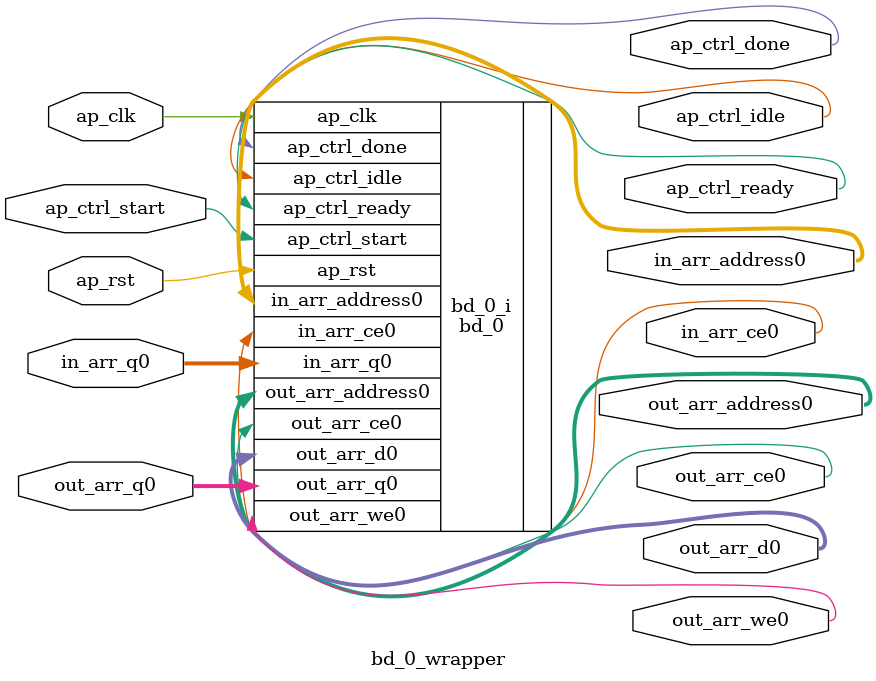
<source format=v>
`timescale 1 ps / 1 ps

module bd_0_wrapper
   (ap_clk,
    ap_ctrl_done,
    ap_ctrl_idle,
    ap_ctrl_ready,
    ap_ctrl_start,
    ap_rst,
    in_arr_address0,
    in_arr_ce0,
    in_arr_q0,
    out_arr_address0,
    out_arr_ce0,
    out_arr_d0,
    out_arr_q0,
    out_arr_we0);
  input ap_clk;
  output ap_ctrl_done;
  output ap_ctrl_idle;
  output ap_ctrl_ready;
  input ap_ctrl_start;
  input ap_rst;
  output [6:0]in_arr_address0;
  output in_arr_ce0;
  input [31:0]in_arr_q0;
  output [6:0]out_arr_address0;
  output out_arr_ce0;
  output [31:0]out_arr_d0;
  input [31:0]out_arr_q0;
  output out_arr_we0;

  wire ap_clk;
  wire ap_ctrl_done;
  wire ap_ctrl_idle;
  wire ap_ctrl_ready;
  wire ap_ctrl_start;
  wire ap_rst;
  wire [6:0]in_arr_address0;
  wire in_arr_ce0;
  wire [31:0]in_arr_q0;
  wire [6:0]out_arr_address0;
  wire out_arr_ce0;
  wire [31:0]out_arr_d0;
  wire [31:0]out_arr_q0;
  wire out_arr_we0;

  bd_0 bd_0_i
       (.ap_clk(ap_clk),
        .ap_ctrl_done(ap_ctrl_done),
        .ap_ctrl_idle(ap_ctrl_idle),
        .ap_ctrl_ready(ap_ctrl_ready),
        .ap_ctrl_start(ap_ctrl_start),
        .ap_rst(ap_rst),
        .in_arr_address0(in_arr_address0),
        .in_arr_ce0(in_arr_ce0),
        .in_arr_q0(in_arr_q0),
        .out_arr_address0(out_arr_address0),
        .out_arr_ce0(out_arr_ce0),
        .out_arr_d0(out_arr_d0),
        .out_arr_q0(out_arr_q0),
        .out_arr_we0(out_arr_we0));
endmodule

</source>
